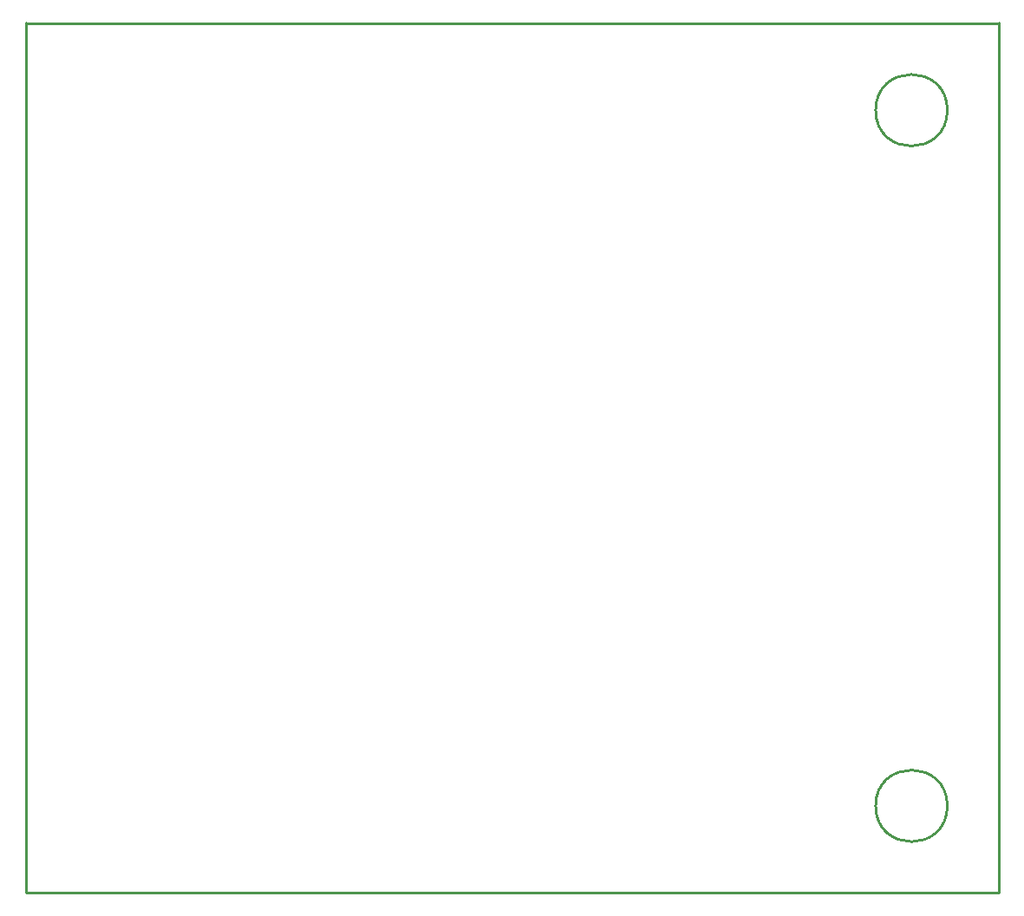
<source format=gko>
G04*
G04 #@! TF.GenerationSoftware,Altium Limited,Altium Designer,21.8.1 (53)*
G04*
G04 Layer_Color=16711935*
%FSLAX25Y25*%
%MOIN*%
G70*
G04*
G04 #@! TF.SameCoordinates,6B1BD33C-14DF-4FC0-A095-B567C4E17EB1*
G04*
G04*
G04 #@! TF.FilePolarity,Positive*
G04*
G01*
G75*
%ADD12C,0.01000*%
D12*
X504315Y468036D02*
G03*
X504315Y468036I-13780J0D01*
G01*
X504315Y200465D02*
G03*
X504315Y200465I-13780J0D01*
G01*
X524016Y167000D02*
Y501646D01*
X150000Y501516D02*
X524016D01*
X150000Y167000D02*
Y501646D01*
Y167000D02*
X524016D01*
M02*

</source>
